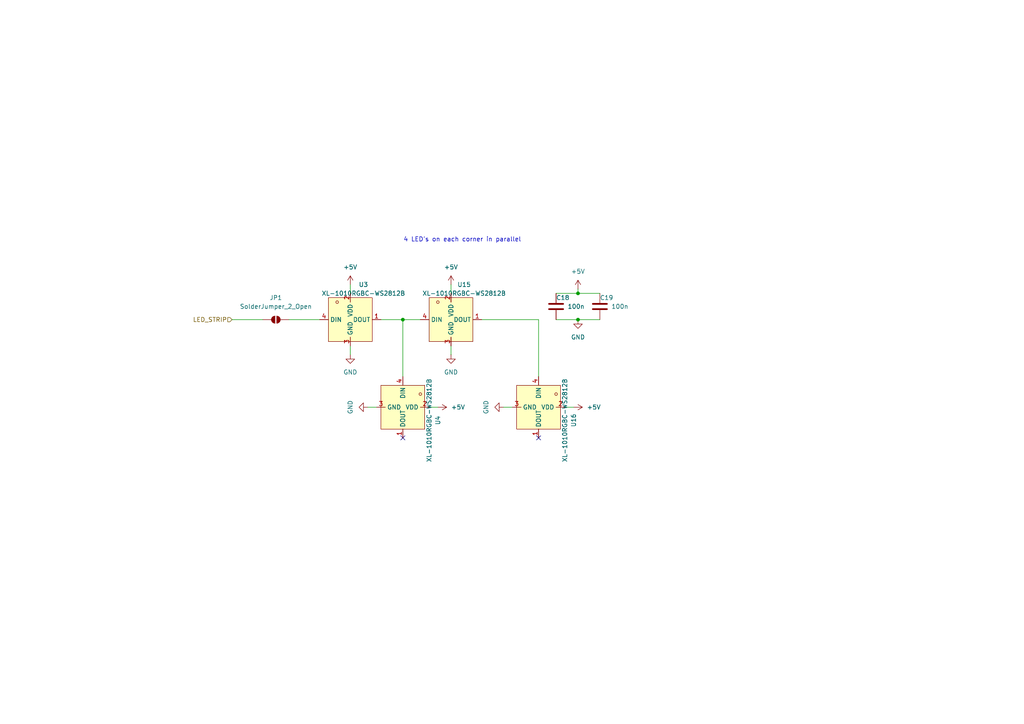
<source format=kicad_sch>
(kicad_sch (version 20250114) (generator "eeschema") (generator_version "9.0")
  (paper "A4")
  (lib_symbols
    (symbol "Device:C" (pin_numbers (hide yes)) (pin_names (offset 0.254))
      (property "Reference" "C" (at 0.635 2.54 0))
      (property "Value" "C" (at 0.635 -2.54 0))
      (symbol "C_0_1"
        (polyline (pts (xy -2.032 0.762) (xy 2.032 0.762)) (stroke (width 0.508)))
        (polyline (pts (xy -2.032 -0.762) (xy 2.032 -0.762)) (stroke (width 0.508)))
      )
      (symbol "C_1_1"
        (pin passive line (at 0 3.81 270) (length 2.794) (name "~") (number "1"))
        (pin passive line (at 0 -3.81 90) (length 2.794) (name "~") (number "2"))
      )
    )
    (symbol "Jumper:SolderJumper_2_Open" (pin_numbers (hide yes)) (pin_names (offset 0) (hide yes)) (in_bom no)
      (property "Reference" "JP" (at 0 2.032 0))
      (property "Value" "SolderJumper_2_Open" (at 0 -2.54 0))
      (symbol "SolderJumper_2_Open_0_1"
        (polyline (pts (xy -0.254 1.016) (xy -0.254 -1.016)))
        (arc (start -0.254 -1.016) (mid -1.2656 0) (end -0.254 1.016))
        (arc (start -0.254 -1.016) (mid -1.2656 0) (end -0.254 1.016) (fill (type outline)))
        (arc (start 0.254 1.016) (mid 1.2656 0) (end 0.254 -1.016))
        (arc (start 0.254 1.016) (mid 1.2656 0) (end 0.254 -1.016) (fill (type outline)))
        (polyline (pts (xy 0.254 1.016) (xy 0.254 -1.016)))
      )
      (symbol "SolderJumper_2_Open_1_1"
        (pin passive line (at -3.81 0 0) (length 2.54) (name "A") (number "1"))
        (pin passive line (at 3.81 0 180) (length 2.54) (name "B") (number "2"))
      )
    )
    (symbol "lib:XL-1010RGBC-WS2812B"
      (property "Reference" "U3" (at 21.59 10.2302 0))
      (property "Value" "XL-1010RGBC-WS2812B" (at 21.59 7.6902 0))
      (symbol "XL-1010RGBC-WS2812B_0_1"
        (rectangle (start -7.62 6.35) (end 5.08 -6.35) (fill (type background)))
        (circle (center -5.08 5.08) (radius 0.38))
        (pin unspecified line (at -10.16 0 0) (length 2.54) (name "DIN") (number "4"))
        (pin unspecified line (at -1.27 7.62 270) (length 2.54) (name "VDD") (number "2"))
        (pin unspecified line (at -1.27 -7.62 90) (length 2.54) (name "GND") (number "3"))
        (pin unspecified line (at 7.62 0 180) (length 2.54) (name "DOUT") (number "1"))
      )
    )
    (symbol "power:+5V" (power) (pin_names (offset 0))
      (property "Value" "+5V" (at 0 3.556 0))
      (symbol "+5V_0_1"
        (polyline (pts (xy -0.762 1.27) (xy 0 2.54)))
        (polyline (pts (xy 0 2.54) (xy 0.762 1.27)))
        (polyline (pts (xy 0 0) (xy 0 2.54)))
      )
      (symbol "+5V_1_1"
        (pin power_in line (at 0 0 90) (length 0) (hide yes) (name "+5V") (number "1"))
      )
    )
    (symbol "power:GND" (power) (pin_numbers (hide yes)) (pin_names (offset 0) (hide yes))
      (property "Value" "GND" (at 0 -3.81 0))
      (symbol "GND_0_1"
        (polyline (pts (xy 0 0) (xy 0 -1.27) (xy 1.27 -1.27) (xy 0 -2.54) (xy -1.27 -1.27) (xy 0 -1.27)))
      )
      (symbol "GND_1_1"
        (pin power_in line (at 0 0 270) (length 0) (name "~") (number "1"))
      )
    )
  )
  (text "4 LED's on each corner in parallel\n\n" (at 134.112 70.612 0) (effects (font (size 1.27 1.27))))
  (junction (at 167.64 92.71))
  (junction (at 167.64 85.09))
  (junction (at 116.84 92.71))
  (no_connect (at 156.21 127))
  (no_connect (at 116.84 127))
  (wire (pts (xy 116.84 92.71) (xy 116.84 109.22)))
  (wire (pts (xy 167.64 85.09) (xy 173.99 85.09)))
  (wire (pts (xy 130.81 82.55) (xy 130.81 85.09)))
  (wire (pts (xy 161.29 92.71) (xy 167.64 92.71)))
  (wire (pts (xy 161.29 85.09) (xy 167.64 85.09)))
  (wire (pts (xy 101.6 82.55) (xy 101.6 85.09)))
  (wire (pts (xy 67.31 92.71) (xy 76.2 92.71)))
  (wire (pts (xy 116.84 92.71) (xy 121.92 92.71)))
  (wire (pts (xy 148.59 118.11) (xy 146.05 118.11)))
  (wire (pts (xy 83.82 92.71) (xy 92.71 92.71)))
  (wire (pts (xy 101.6 100.33) (xy 101.6 102.87)))
  (wire (pts (xy 110.49 92.71) (xy 116.84 92.71)))
  (wire (pts (xy 166.37 118.11) (xy 163.83 118.11)))
  (wire (pts (xy 156.21 92.71) (xy 156.21 109.22)))
  (wire (pts (xy 127 118.11) (xy 124.46 118.11)))
  (wire (pts (xy 139.7 92.71) (xy 156.21 92.71)))
  (wire (pts (xy 167.64 92.71) (xy 173.99 92.71)))
  (wire (pts (xy 130.81 100.33) (xy 130.81 102.87)))
  (wire (pts (xy 109.22 118.11) (xy 106.68 118.11)))
  (wire (pts (xy 167.64 83.82) (xy 167.64 85.09)))
  (hierarchical_label "LED_STRIP" (shape input) (at 67.31 92.71 180))
  (symbol (lib_id "lib:XL-1010RGBC-WS2812B") (at 156.21 119.38 270) (unit 1)
    (property "Reference" "U25" (at 166.37 121.92 0))
    (property "Value" "XL-1010RGBC-WS2812B" (at 163.83 121.92 0))
    (property "Footprint" "lib:LED-SMD_4P-L1.0-W1.0-TL_XL-1010RGBC-WS2812B" (effects (hide yes)))
    (property "LCSC Part" "C5349953" (effects (hide yes)))
    (instances (project "OpenFC" (path "" (reference "U16") (unit 1)) (path "" (reference "U25") (unit 1)) (path "" (reference "U29") (unit 1)) (path "" (reference "U23") (unit 1))))
  )
  (symbol (lib_id "Device:C") (at 161.29 88.9 0) (unit 1)
    (property "Reference" "C12" (at 161.29 86.36 0) (effects (justify left)))
    (property "Value" "100n" (at 164.592 88.9 0) (effects (justify left)))
    (property "Footprint" "Capacitor_SMD:C_0201_0603Metric" (effects (hide yes)))
    (property "LCSC" "C76939" (effects (hide yes)))
    (instances (project "OpenFC" (path "" (reference "C18") (unit 1)) (path "" (reference "C12") (unit 1)) (path "" (reference "C57") (unit 1)) (path "" (reference "C46") (unit 1))))
  )
  (symbol (lib_id "lib:XL-1010RGBC-WS2812B") (at 102.87 92.71 0) (unit 1)
    (property "Reference" "U5" (at 105.41 82.55 0))
    (property "Value" "XL-1010RGBC-WS2812B" (at 105.41 85.09 0))
    (property "Footprint" "lib:LED-SMD_4P-L1.0-W1.0-TL_XL-1010RGBC-WS2812B" (effects (hide yes)))
    (property "LCSC Part" "C5349953" (effects (hide yes)))
    (instances (project "OpenFC" (path "" (reference "U3") (unit 1)) (path "" (reference "U5") (unit 1)) (path "" (reference "U26") (unit 1)) (path "" (reference "U17") (unit 1))))
  )
  (symbol (lib_id "power:+5V") (at 130.81 82.55 0) (unit 1)
    (property "Reference" "#PWR03" (effects (hide yes)))
    (property "Value" "+5V" (at 130.81 77.47 0))
    (property "Description" "Power symbol creates a global label with name \"+5V\"" (effects (hide yes)))
    (instances (project "OpenFC" (path "" (reference "#PWR011") (unit 1)) (path "" (reference "#PWR03") (unit 1)) (path "" (reference "#PWR084") (unit 1)) (path "" (reference "#PWR065") (unit 1))))
  )
  (symbol (lib_id "power:+5V") (at 166.37 118.11 270) (unit 1)
    (property "Reference" "#PWR061" (effects (hide yes)))
    (property "Value" "+5V" (at 170.18 118.1099 90) (effects (justify left)))
    (property "Description" "Power symbol creates a global label with name \"+5V\"" (effects (hide yes)))
    (instances (project "OpenFC" (path "" (reference "#PWR014") (unit 1)) (path "" (reference "#PWR061") (unit 1)) (path "" (reference "#PWR087") (unit 1)) (path "" (reference "#PWR070") (unit 1))))
  )
  (symbol (lib_id "power:GND") (at 167.64 92.71 0) (unit 1)
    (property "Reference" "#PWR050" (effects (hide yes)))
    (property "Value" "GND" (at 167.64 97.79 0))
    (property "Description" "Power symbol creates a global label with name \"GND\" , ground" (effects (hide yes)))
    (instances (project "OpenFC" (path "" (reference "#PWR017") (unit 1)) (path "" (reference "#PWR050") (unit 1)) (path "" (reference "#PWR089") (unit 1)) (path "" (reference "#PWR072") (unit 1))))
  )
  (symbol (lib_id "lib:XL-1010RGBC-WS2812B") (at 132.08 92.71 0) (unit 1)
    (property "Reference" "U8" (at 134.62 82.55 0))
    (property "Value" "XL-1010RGBC-WS2812B" (at 134.62 85.09 0))
    (property "Footprint" "lib:LED-SMD_4P-L1.0-W1.0-TL_XL-1010RGBC-WS2812B" (effects (hide yes)))
    (property "LCSC Part" "C5349953" (effects (hide yes)))
    (instances (project "OpenFC" (path "" (reference "U15") (unit 1)) (path "" (reference "U8") (unit 1)) (path "" (reference "U28") (unit 1)) (path "" (reference "U22") (unit 1))))
  )
  (symbol (lib_id "power:GND") (at 106.68 118.11 270) (unit 1)
    (property "Reference" "#PWR066" (effects (hide yes)))
    (property "Value" "GND" (at 101.6 118.11 0))
    (property "Description" "Power symbol creates a global label with name \"GND\" , ground" (effects (hide yes)))
    (instances (project "OpenFC" (path "" (reference "#PWR08") (unit 1)) (path "" (reference "#PWR066") (unit 1)) (path "" (reference "#PWR076") (unit 1)) (path "" (reference "#PWR063") (unit 1))))
  )
  (symbol (lib_id "power:GND") (at 130.81 102.87 0) (unit 1)
    (property "Reference" "#PWR04" (effects (hide yes)))
    (property "Value" "GND" (at 130.81 107.95 0))
    (property "Description" "Power symbol creates a global label with name \"GND\" , ground" (effects (hide yes)))
    (instances (project "OpenFC" (path "" (reference "#PWR012") (unit 1)) (path "" (reference "#PWR04") (unit 1)) (path "" (reference "#PWR085") (unit 1)) (path "" (reference "#PWR067") (unit 1))))
  )
  (symbol (lib_id "Jumper:SolderJumper_2_Open") (at 80.01 92.71 0) (unit 1) (in_bom no)
    (property "Reference" "JP3" (at 80.01 86.36 0))
    (property "Value" "SolderJumper_2_Open" (at 80.01 88.9 0))
    (property "Footprint" "Panelization:MouseBite-Slot-Jumper_0201" (effects (hide yes)))
    (property "Description" "Solder Jumper, 2-pole, open" (effects (hide yes)))
    (instances (project "OpenFC" (path "" (reference "JP1") (unit 1)) (path "" (reference "JP3") (unit 1)) (path "" (reference "JP4") (unit 1)) (path "" (reference "JP2") (unit 1))))
  )
  (symbol (lib_id "power:GND") (at 146.05 118.11 270) (unit 1)
    (property "Reference" "#PWR068" (effects (hide yes)))
    (property "Value" "GND" (at 140.97 118.11 0))
    (property "Description" "Power symbol creates a global label with name \"GND\" , ground" (effects (hide yes)))
    (instances (project "OpenFC" (path "" (reference "#PWR013") (unit 1)) (path "" (reference "#PWR068") (unit 1)) (path "" (reference "#PWR086") (unit 1)) (path "" (reference "#PWR069") (unit 1))))
  )
  (symbol (lib_id "lib:XL-1010RGBC-WS2812B") (at 116.84 119.38 270) (unit 1)
    (property "Reference" "U24" (at 127 121.92 0))
    (property "Value" "XL-1010RGBC-WS2812B" (at 124.46 121.92 0))
    (property "Footprint" "lib:LED-SMD_4P-L1.0-W1.0-TL_XL-1010RGBC-WS2812B" (effects (hide yes)))
    (property "LCSC Part" "C5349953" (effects (hide yes)))
    (instances (project "OpenFC" (path "" (reference "U4") (unit 1)) (path "" (reference "U24") (unit 1)) (path "" (reference "U27") (unit 1)) (path "" (reference "U18") (unit 1))))
  )
  (symbol (lib_id "power:+5V") (at 167.64 83.82 0) (unit 1)
    (property "Reference" "#PWR015" (effects (hide yes)))
    (property "Value" "+5V" (at 167.64 78.74 0))
    (property "Description" "Power symbol creates a global label with name \"+5V\"" (effects (hide yes)))
    (instances (project "OpenFC" (path "" (reference "#PWR016") (unit 1)) (path "" (reference "#PWR015") (unit 1)) (path "" (reference "#PWR088") (unit 1)) (path "" (reference "#PWR071") (unit 1))))
  )
  (symbol (lib_id "power:+5V") (at 101.6 82.55 0) (unit 1)
    (property "Reference" "#PWR01" (effects (hide yes)))
    (property "Value" "+5V" (at 101.6 77.47 0))
    (property "Description" "Power symbol creates a global label with name \"+5V\"" (effects (hide yes)))
    (instances (project "OpenFC" (path "" (reference "#PWR06") (unit 1)) (path "" (reference "#PWR01") (unit 1)) (path "" (reference "#PWR074") (unit 1)) (path "" (reference "#PWR044") (unit 1))))
  )
  (symbol (lib_id "power:GND") (at 101.6 102.87 0) (unit 1)
    (property "Reference" "#PWR02" (effects (hide yes)))
    (property "Value" "GND" (at 101.6 107.95 0))
    (property "Description" "Power symbol creates a global label with name \"GND\" , ground" (effects (hide yes)))
    (instances (project "OpenFC" (path "" (reference "#PWR07") (unit 1)) (path "" (reference "#PWR02") (unit 1)) (path "" (reference "#PWR075") (unit 1)) (path "" (reference "#PWR062") (unit 1))))
  )
  (symbol (lib_id "power:+5V") (at 127 118.11 270) (unit 1)
    (property "Reference" "#PWR060" (effects (hide yes)))
    (property "Value" "+5V" (at 130.81 118.1099 90) (effects (justify left)))
    (property "Description" "Power symbol creates a global label with name \"+5V\"" (effects (hide yes)))
    (instances (project "OpenFC" (path "" (reference "#PWR09") (unit 1)) (path "" (reference "#PWR060") (unit 1)) (path "" (reference "#PWR077") (unit 1)) (path "" (reference "#PWR064") (unit 1))))
  )
  (symbol (lib_id "Device:C") (at 173.99 88.9 0) (unit 1)
    (property "Reference" "C13" (at 173.99 86.36 0) (effects (justify left)))
    (property "Value" "100n" (at 177.292 88.9 0) (effects (justify left)))
    (property "Footprint" "Capacitor_SMD:C_0201_0603Metric" (effects (hide yes)))
    (property "LCSC" "C76939" (effects (hide yes)))
    (instances (project "OpenFC" (path "" (reference "C19") (unit 1)) (path "" (reference "C13") (unit 1)) (path "" (reference "C58") (unit 1)) (path "" (reference "C47") (unit 1))))
  )
)
</source>
